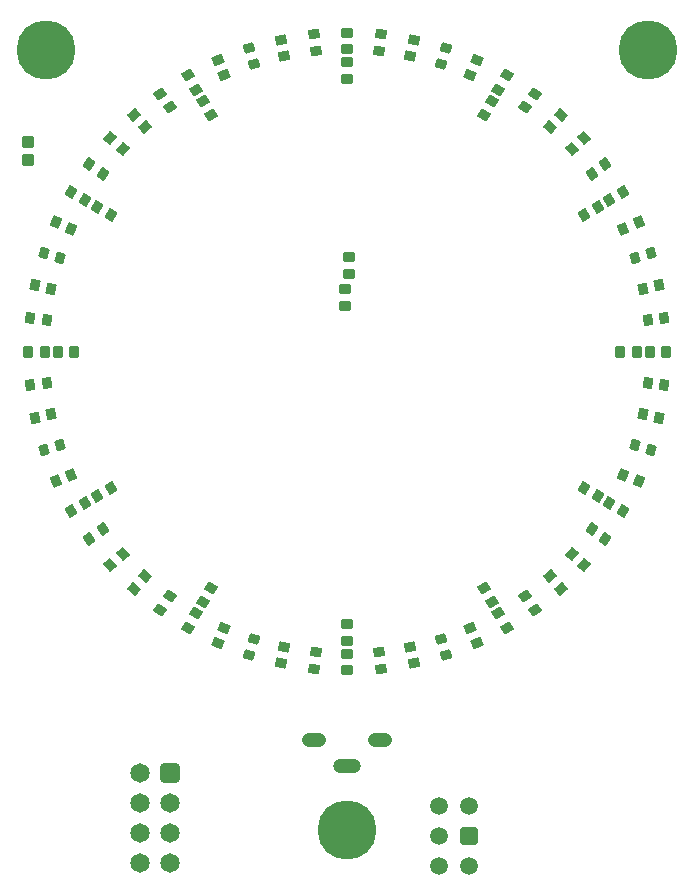
<source format=gbr>
%TF.GenerationSoftware,Altium Limited,Altium Designer,20.1.8 (145)*%
G04 Layer_Color=32768*
%FSLAX44Y44*%
%MOMM*%
%TF.SameCoordinates,136F3CA4-168E-489F-BF15-BD865E51D291*%
%TF.FilePolarity,Negative*%
%TF.FileFunction,Soldermask,Top*%
%TF.Part,Single*%
G01*
G75*
%TA.AperFunction,ComponentPad*%
%ADD55C,1.5000*%
G04:AMPARAMS|DCode=56|XSize=1.5mm|YSize=1.5mm|CornerRadius=0.15mm|HoleSize=0mm|Usage=FLASHONLY|Rotation=180.000|XOffset=0mm|YOffset=0mm|HoleType=Round|Shape=RoundedRectangle|*
%AMROUNDEDRECTD56*
21,1,1.5000,1.2000,0,0,180.0*
21,1,1.2000,1.5000,0,0,180.0*
1,1,0.3000,-0.6000,0.6000*
1,1,0.3000,0.6000,0.6000*
1,1,0.3000,0.6000,-0.6000*
1,1,0.3000,-0.6000,-0.6000*
%
%ADD56ROUNDEDRECTD56*%
%TA.AperFunction,ViaPad*%
%ADD109C,5.0000*%
%TA.AperFunction,ComponentPad*%
%ADD110O,2.3500X1.2500*%
%ADD111O,2.0500X1.2500*%
G04:AMPARAMS|DCode=112|XSize=1.65mm|YSize=1.65mm|CornerRadius=0.2625mm|HoleSize=0mm|Usage=FLASHONLY|Rotation=270.000|XOffset=0mm|YOffset=0mm|HoleType=Round|Shape=RoundedRectangle|*
%AMROUNDEDRECTD112*
21,1,1.6500,1.1250,0,0,270.0*
21,1,1.1250,1.6500,0,0,270.0*
1,1,0.5250,-0.5625,-0.5625*
1,1,0.5250,-0.5625,0.5625*
1,1,0.5250,0.5625,0.5625*
1,1,0.5250,0.5625,-0.5625*
%
%ADD112ROUNDEDRECTD112*%
%ADD113C,1.6500*%
%TA.AperFunction,SMDPad,CuDef*%
G04:AMPARAMS|DCode=114|XSize=0.95mm|YSize=0.95mm|CornerRadius=0.079mm|HoleSize=0mm|Usage=FLASHONLY|Rotation=270.000|XOffset=0mm|YOffset=0mm|HoleType=Round|Shape=RoundedRectangle|*
%AMROUNDEDRECTD114*
21,1,0.9500,0.7920,0,0,270.0*
21,1,0.7920,0.9500,0,0,270.0*
1,1,0.1580,-0.3960,-0.3960*
1,1,0.1580,-0.3960,0.3960*
1,1,0.1580,0.3960,0.3960*
1,1,0.1580,0.3960,-0.3960*
%
%ADD114ROUNDEDRECTD114*%
G04:AMPARAMS|DCode=115|XSize=0.95mm|YSize=0.8mm|CornerRadius=0.0535mm|HoleSize=0mm|Usage=FLASHONLY|Rotation=270.000|XOffset=0mm|YOffset=0mm|HoleType=Round|Shape=RoundedRectangle|*
%AMROUNDEDRECTD115*
21,1,0.9500,0.6930,0,0,270.0*
21,1,0.8430,0.8000,0,0,270.0*
1,1,0.1070,-0.3465,-0.4215*
1,1,0.1070,-0.3465,0.4215*
1,1,0.1070,0.3465,0.4215*
1,1,0.1070,0.3465,-0.4215*
%
%ADD115ROUNDEDRECTD115*%
G04:AMPARAMS|DCode=116|XSize=0.95mm|YSize=0.8mm|CornerRadius=0.0535mm|HoleSize=0mm|Usage=FLASHONLY|Rotation=0.000|XOffset=0mm|YOffset=0mm|HoleType=Round|Shape=RoundedRectangle|*
%AMROUNDEDRECTD116*
21,1,0.9500,0.6930,0,0,0.0*
21,1,0.8430,0.8000,0,0,0.0*
1,1,0.1070,0.4215,-0.3465*
1,1,0.1070,-0.4215,-0.3465*
1,1,0.1070,-0.4215,0.3465*
1,1,0.1070,0.4215,0.3465*
%
%ADD116ROUNDEDRECTD116*%
G04:AMPARAMS|DCode=117|XSize=0.95mm|YSize=0.8mm|CornerRadius=0.0535mm|HoleSize=0mm|Usage=FLASHONLY|Rotation=354.000|XOffset=0mm|YOffset=0mm|HoleType=Round|Shape=RoundedRectangle|*
%AMROUNDEDRECTD117*
21,1,0.9500,0.6930,0,0,354.0*
21,1,0.8430,0.8000,0,0,354.0*
1,1,0.1070,0.3830,-0.3887*
1,1,0.1070,-0.4554,-0.3005*
1,1,0.1070,-0.3830,0.3887*
1,1,0.1070,0.4554,0.3005*
%
%ADD117ROUNDEDRECTD117*%
G04:AMPARAMS|DCode=118|XSize=0.95mm|YSize=0.8mm|CornerRadius=0.0535mm|HoleSize=0mm|Usage=FLASHONLY|Rotation=348.000|XOffset=0mm|YOffset=0mm|HoleType=Round|Shape=RoundedRectangle|*
%AMROUNDEDRECTD118*
21,1,0.9500,0.6930,0,0,348.0*
21,1,0.8430,0.8000,0,0,348.0*
1,1,0.1070,0.3403,-0.4266*
1,1,0.1070,-0.4843,-0.2513*
1,1,0.1070,-0.3403,0.4266*
1,1,0.1070,0.4843,0.2513*
%
%ADD118ROUNDEDRECTD118*%
G04:AMPARAMS|DCode=119|XSize=0.95mm|YSize=0.8mm|CornerRadius=0.0535mm|HoleSize=0mm|Usage=FLASHONLY|Rotation=342.000|XOffset=0mm|YOffset=0mm|HoleType=Round|Shape=RoundedRectangle|*
%AMROUNDEDRECTD119*
21,1,0.9500,0.6930,0,0,342.0*
21,1,0.8430,0.8000,0,0,342.0*
1,1,0.1070,0.2938,-0.4598*
1,1,0.1070,-0.5080,-0.1993*
1,1,0.1070,-0.2938,0.4598*
1,1,0.1070,0.5080,0.1993*
%
%ADD119ROUNDEDRECTD119*%
G04:AMPARAMS|DCode=120|XSize=0.95mm|YSize=0.8mm|CornerRadius=0.0535mm|HoleSize=0mm|Usage=FLASHONLY|Rotation=336.000|XOffset=0mm|YOffset=0mm|HoleType=Round|Shape=RoundedRectangle|*
%AMROUNDEDRECTD120*
21,1,0.9500,0.6930,0,0,336.0*
21,1,0.8430,0.8000,0,0,336.0*
1,1,0.1070,0.2441,-0.4880*
1,1,0.1070,-0.5260,-0.1451*
1,1,0.1070,-0.2441,0.4880*
1,1,0.1070,0.5260,0.1451*
%
%ADD120ROUNDEDRECTD120*%
G04:AMPARAMS|DCode=121|XSize=0.95mm|YSize=0.8mm|CornerRadius=0.0535mm|HoleSize=0mm|Usage=FLASHONLY|Rotation=330.000|XOffset=0mm|YOffset=0mm|HoleType=Round|Shape=RoundedRectangle|*
%AMROUNDEDRECTD121*
21,1,0.9500,0.6930,0,0,330.0*
21,1,0.8430,0.8000,0,0,330.0*
1,1,0.1070,0.1918,-0.5108*
1,1,0.1070,-0.5383,-0.0893*
1,1,0.1070,-0.1918,0.5108*
1,1,0.1070,0.5383,0.0893*
%
%ADD121ROUNDEDRECTD121*%
G04:AMPARAMS|DCode=122|XSize=0.95mm|YSize=0.8mm|CornerRadius=0.0535mm|HoleSize=0mm|Usage=FLASHONLY|Rotation=329.996|XOffset=0mm|YOffset=0mm|HoleType=Round|Shape=RoundedRectangle|*
%AMROUNDEDRECTD122*
21,1,0.9500,0.6930,0,0,330.0*
21,1,0.8430,0.8000,0,0,330.0*
1,1,0.1070,0.1918,-0.5108*
1,1,0.1070,-0.5383,-0.0893*
1,1,0.1070,-0.1918,0.5108*
1,1,0.1070,0.5383,0.0893*
%
%ADD122ROUNDEDRECTD122*%
G04:AMPARAMS|DCode=123|XSize=0.95mm|YSize=0.8mm|CornerRadius=0.0535mm|HoleSize=0mm|Usage=FLASHONLY|Rotation=324.000|XOffset=0mm|YOffset=0mm|HoleType=Round|Shape=RoundedRectangle|*
%AMROUNDEDRECTD123*
21,1,0.9500,0.6930,0,0,324.0*
21,1,0.8430,0.8000,0,0,324.0*
1,1,0.1070,0.1373,-0.5281*
1,1,0.1070,-0.5447,-0.0326*
1,1,0.1070,-0.1373,0.5281*
1,1,0.1070,0.5447,0.0326*
%
%ADD123ROUNDEDRECTD123*%
G04:AMPARAMS|DCode=124|XSize=0.95mm|YSize=0.8mm|CornerRadius=0.0535mm|HoleSize=0mm|Usage=FLASHONLY|Rotation=318.000|XOffset=0mm|YOffset=0mm|HoleType=Round|Shape=RoundedRectangle|*
%AMROUNDEDRECTD124*
21,1,0.9500,0.6930,0,0,318.0*
21,1,0.8430,0.8000,0,0,318.0*
1,1,0.1070,0.0814,-0.5395*
1,1,0.1070,-0.5451,0.0245*
1,1,0.1070,-0.0814,0.5395*
1,1,0.1070,0.5451,-0.0245*
%
%ADD124ROUNDEDRECTD124*%
G04:AMPARAMS|DCode=125|XSize=0.95mm|YSize=0.8mm|CornerRadius=0.0535mm|HoleSize=0mm|Usage=FLASHONLY|Rotation=312.000|XOffset=0mm|YOffset=0mm|HoleType=Round|Shape=RoundedRectangle|*
%AMROUNDEDRECTD125*
21,1,0.9500,0.6930,0,0,312.0*
21,1,0.8430,0.8000,0,0,312.0*
1,1,0.1070,0.0245,-0.5451*
1,1,0.1070,-0.5395,0.0814*
1,1,0.1070,-0.0245,0.5451*
1,1,0.1070,0.5395,-0.0814*
%
%ADD125ROUNDEDRECTD125*%
G04:AMPARAMS|DCode=126|XSize=0.95mm|YSize=0.8mm|CornerRadius=0.0535mm|HoleSize=0mm|Usage=FLASHONLY|Rotation=306.000|XOffset=0mm|YOffset=0mm|HoleType=Round|Shape=RoundedRectangle|*
%AMROUNDEDRECTD126*
21,1,0.9500,0.6930,0,0,306.0*
21,1,0.8430,0.8000,0,0,306.0*
1,1,0.1070,-0.0326,-0.5447*
1,1,0.1070,-0.5281,0.1373*
1,1,0.1070,0.0326,0.5447*
1,1,0.1070,0.5281,-0.1373*
%
%ADD126ROUNDEDRECTD126*%
G04:AMPARAMS|DCode=127|XSize=0.95mm|YSize=0.8mm|CornerRadius=0.0535mm|HoleSize=0mm|Usage=FLASHONLY|Rotation=300.000|XOffset=0mm|YOffset=0mm|HoleType=Round|Shape=RoundedRectangle|*
%AMROUNDEDRECTD127*
21,1,0.9500,0.6930,0,0,300.0*
21,1,0.8430,0.8000,0,0,300.0*
1,1,0.1070,-0.0893,-0.5383*
1,1,0.1070,-0.5108,0.1918*
1,1,0.1070,0.0893,0.5383*
1,1,0.1070,0.5108,-0.1918*
%
%ADD127ROUNDEDRECTD127*%
G04:AMPARAMS|DCode=128|XSize=0.95mm|YSize=0.8mm|CornerRadius=0.0535mm|HoleSize=0mm|Usage=FLASHONLY|Rotation=294.000|XOffset=0mm|YOffset=0mm|HoleType=Round|Shape=RoundedRectangle|*
%AMROUNDEDRECTD128*
21,1,0.9500,0.6930,0,0,294.0*
21,1,0.8430,0.8000,0,0,294.0*
1,1,0.1070,-0.1451,-0.5260*
1,1,0.1070,-0.4880,0.2441*
1,1,0.1070,0.1451,0.5260*
1,1,0.1070,0.4880,-0.2441*
%
%ADD128ROUNDEDRECTD128*%
G04:AMPARAMS|DCode=129|XSize=0.95mm|YSize=0.8mm|CornerRadius=0.0535mm|HoleSize=0mm|Usage=FLASHONLY|Rotation=288.000|XOffset=0mm|YOffset=0mm|HoleType=Round|Shape=RoundedRectangle|*
%AMROUNDEDRECTD129*
21,1,0.9500,0.6930,0,0,288.0*
21,1,0.8430,0.8000,0,0,288.0*
1,1,0.1070,-0.1993,-0.5080*
1,1,0.1070,-0.4598,0.2938*
1,1,0.1070,0.1993,0.5080*
1,1,0.1070,0.4598,-0.2938*
%
%ADD129ROUNDEDRECTD129*%
G04:AMPARAMS|DCode=130|XSize=0.95mm|YSize=0.8mm|CornerRadius=0.0535mm|HoleSize=0mm|Usage=FLASHONLY|Rotation=282.000|XOffset=0mm|YOffset=0mm|HoleType=Round|Shape=RoundedRectangle|*
%AMROUNDEDRECTD130*
21,1,0.9500,0.6930,0,0,282.0*
21,1,0.8430,0.8000,0,0,282.0*
1,1,0.1070,-0.2513,-0.4843*
1,1,0.1070,-0.4266,0.3403*
1,1,0.1070,0.2513,0.4843*
1,1,0.1070,0.4266,-0.3403*
%
%ADD130ROUNDEDRECTD130*%
G04:AMPARAMS|DCode=131|XSize=0.95mm|YSize=0.8mm|CornerRadius=0.0535mm|HoleSize=0mm|Usage=FLASHONLY|Rotation=276.000|XOffset=0mm|YOffset=0mm|HoleType=Round|Shape=RoundedRectangle|*
%AMROUNDEDRECTD131*
21,1,0.9500,0.6930,0,0,276.0*
21,1,0.8430,0.8000,0,0,276.0*
1,1,0.1070,-0.3005,-0.4554*
1,1,0.1070,-0.3887,0.3830*
1,1,0.1070,0.3005,0.4554*
1,1,0.1070,0.3887,-0.3830*
%
%ADD131ROUNDEDRECTD131*%
G04:AMPARAMS|DCode=132|XSize=0.95mm|YSize=0.8mm|CornerRadius=0.0535mm|HoleSize=0mm|Usage=FLASHONLY|Rotation=264.000|XOffset=0mm|YOffset=0mm|HoleType=Round|Shape=RoundedRectangle|*
%AMROUNDEDRECTD132*
21,1,0.9500,0.6930,0,0,264.0*
21,1,0.8430,0.8000,0,0,264.0*
1,1,0.1070,-0.3887,-0.3830*
1,1,0.1070,-0.3005,0.4554*
1,1,0.1070,0.3887,0.3830*
1,1,0.1070,0.3005,-0.4554*
%
%ADD132ROUNDEDRECTD132*%
G04:AMPARAMS|DCode=133|XSize=0.95mm|YSize=0.8mm|CornerRadius=0.0535mm|HoleSize=0mm|Usage=FLASHONLY|Rotation=258.000|XOffset=0mm|YOffset=0mm|HoleType=Round|Shape=RoundedRectangle|*
%AMROUNDEDRECTD133*
21,1,0.9500,0.6930,0,0,258.0*
21,1,0.8430,0.8000,0,0,258.0*
1,1,0.1070,-0.4266,-0.3403*
1,1,0.1070,-0.2513,0.4843*
1,1,0.1070,0.4266,0.3403*
1,1,0.1070,0.2513,-0.4843*
%
%ADD133ROUNDEDRECTD133*%
G04:AMPARAMS|DCode=134|XSize=0.95mm|YSize=0.8mm|CornerRadius=0.0535mm|HoleSize=0mm|Usage=FLASHONLY|Rotation=252.000|XOffset=0mm|YOffset=0mm|HoleType=Round|Shape=RoundedRectangle|*
%AMROUNDEDRECTD134*
21,1,0.9500,0.6930,0,0,252.0*
21,1,0.8430,0.8000,0,0,252.0*
1,1,0.1070,-0.4598,-0.2938*
1,1,0.1070,-0.1993,0.5080*
1,1,0.1070,0.4598,0.2938*
1,1,0.1070,0.1993,-0.5080*
%
%ADD134ROUNDEDRECTD134*%
G04:AMPARAMS|DCode=135|XSize=0.95mm|YSize=0.8mm|CornerRadius=0.0535mm|HoleSize=0mm|Usage=FLASHONLY|Rotation=245.984|XOffset=0mm|YOffset=0mm|HoleType=Round|Shape=RoundedRectangle|*
%AMROUNDEDRECTD135*
21,1,0.9500,0.6930,0,0,246.0*
21,1,0.8430,0.8000,0,0,246.0*
1,1,0.1070,-0.4880,-0.2440*
1,1,0.1070,-0.1450,0.5260*
1,1,0.1070,0.4880,0.2440*
1,1,0.1070,0.1450,-0.5260*
%
%ADD135ROUNDEDRECTD135*%
G04:AMPARAMS|DCode=136|XSize=0.95mm|YSize=0.8mm|CornerRadius=0.0535mm|HoleSize=0mm|Usage=FLASHONLY|Rotation=240.000|XOffset=0mm|YOffset=0mm|HoleType=Round|Shape=RoundedRectangle|*
%AMROUNDEDRECTD136*
21,1,0.9500,0.6930,0,0,240.0*
21,1,0.8430,0.8000,0,0,240.0*
1,1,0.1070,-0.5108,-0.1918*
1,1,0.1070,-0.0893,0.5383*
1,1,0.1070,0.5108,0.1918*
1,1,0.1070,0.0893,-0.5383*
%
%ADD136ROUNDEDRECTD136*%
G04:AMPARAMS|DCode=137|XSize=0.95mm|YSize=0.8mm|CornerRadius=0.0535mm|HoleSize=0mm|Usage=FLASHONLY|Rotation=240.000|XOffset=0mm|YOffset=0mm|HoleType=Round|Shape=RoundedRectangle|*
%AMROUNDEDRECTD137*
21,1,0.9500,0.6930,0,0,240.0*
21,1,0.8430,0.8000,0,0,240.0*
1,1,0.1070,-0.5108,-0.1918*
1,1,0.1070,-0.0893,0.5383*
1,1,0.1070,0.5108,0.1918*
1,1,0.1070,0.0893,-0.5383*
%
%ADD137ROUNDEDRECTD137*%
G04:AMPARAMS|DCode=138|XSize=0.95mm|YSize=0.8mm|CornerRadius=0.0535mm|HoleSize=0mm|Usage=FLASHONLY|Rotation=234.000|XOffset=0mm|YOffset=0mm|HoleType=Round|Shape=RoundedRectangle|*
%AMROUNDEDRECTD138*
21,1,0.9500,0.6930,0,0,234.0*
21,1,0.8430,0.8000,0,0,234.0*
1,1,0.1070,-0.5281,-0.1373*
1,1,0.1070,-0.0326,0.5447*
1,1,0.1070,0.5281,0.1373*
1,1,0.1070,0.0326,-0.5447*
%
%ADD138ROUNDEDRECTD138*%
G04:AMPARAMS|DCode=139|XSize=0.95mm|YSize=0.8mm|CornerRadius=0.0535mm|HoleSize=0mm|Usage=FLASHONLY|Rotation=228.000|XOffset=0mm|YOffset=0mm|HoleType=Round|Shape=RoundedRectangle|*
%AMROUNDEDRECTD139*
21,1,0.9500,0.6930,0,0,228.0*
21,1,0.8430,0.8000,0,0,228.0*
1,1,0.1070,-0.5395,-0.0814*
1,1,0.1070,0.0245,0.5451*
1,1,0.1070,0.5395,0.0814*
1,1,0.1070,-0.0245,-0.5451*
%
%ADD139ROUNDEDRECTD139*%
G04:AMPARAMS|DCode=140|XSize=0.95mm|YSize=0.8mm|CornerRadius=0.0535mm|HoleSize=0mm|Usage=FLASHONLY|Rotation=222.000|XOffset=0mm|YOffset=0mm|HoleType=Round|Shape=RoundedRectangle|*
%AMROUNDEDRECTD140*
21,1,0.9500,0.6930,0,0,222.0*
21,1,0.8430,0.8000,0,0,222.0*
1,1,0.1070,-0.5451,-0.0245*
1,1,0.1070,0.0814,0.5395*
1,1,0.1070,0.5451,0.0245*
1,1,0.1070,-0.0814,-0.5395*
%
%ADD140ROUNDEDRECTD140*%
G04:AMPARAMS|DCode=141|XSize=0.95mm|YSize=0.8mm|CornerRadius=0.0535mm|HoleSize=0mm|Usage=FLASHONLY|Rotation=216.000|XOffset=0mm|YOffset=0mm|HoleType=Round|Shape=RoundedRectangle|*
%AMROUNDEDRECTD141*
21,1,0.9500,0.6930,0,0,216.0*
21,1,0.8430,0.8000,0,0,216.0*
1,1,0.1070,-0.5447,0.0326*
1,1,0.1070,0.1373,0.5281*
1,1,0.1070,0.5447,-0.0326*
1,1,0.1070,-0.1373,-0.5281*
%
%ADD141ROUNDEDRECTD141*%
G04:AMPARAMS|DCode=142|XSize=0.95mm|YSize=0.8mm|CornerRadius=0.0535mm|HoleSize=0mm|Usage=FLASHONLY|Rotation=210.000|XOffset=0mm|YOffset=0mm|HoleType=Round|Shape=RoundedRectangle|*
%AMROUNDEDRECTD142*
21,1,0.9500,0.6930,0,0,210.0*
21,1,0.8430,0.8000,0,0,210.0*
1,1,0.1070,-0.5383,0.0893*
1,1,0.1070,0.1918,0.5108*
1,1,0.1070,0.5383,-0.0893*
1,1,0.1070,-0.1918,-0.5108*
%
%ADD142ROUNDEDRECTD142*%
G04:AMPARAMS|DCode=143|XSize=0.95mm|YSize=0.8mm|CornerRadius=0.0535mm|HoleSize=0mm|Usage=FLASHONLY|Rotation=204.000|XOffset=0mm|YOffset=0mm|HoleType=Round|Shape=RoundedRectangle|*
%AMROUNDEDRECTD143*
21,1,0.9500,0.6930,0,0,204.0*
21,1,0.8430,0.8000,0,0,204.0*
1,1,0.1070,-0.5260,0.1451*
1,1,0.1070,0.2441,0.4880*
1,1,0.1070,0.5260,-0.1451*
1,1,0.1070,-0.2441,-0.4880*
%
%ADD143ROUNDEDRECTD143*%
G04:AMPARAMS|DCode=144|XSize=0.95mm|YSize=0.8mm|CornerRadius=0.0535mm|HoleSize=0mm|Usage=FLASHONLY|Rotation=198.000|XOffset=0mm|YOffset=0mm|HoleType=Round|Shape=RoundedRectangle|*
%AMROUNDEDRECTD144*
21,1,0.9500,0.6930,0,0,198.0*
21,1,0.8430,0.8000,0,0,198.0*
1,1,0.1070,-0.5080,0.1993*
1,1,0.1070,0.2938,0.4598*
1,1,0.1070,0.5080,-0.1993*
1,1,0.1070,-0.2938,-0.4598*
%
%ADD144ROUNDEDRECTD144*%
G04:AMPARAMS|DCode=145|XSize=0.95mm|YSize=0.8mm|CornerRadius=0.0535mm|HoleSize=0mm|Usage=FLASHONLY|Rotation=191.972|XOffset=0mm|YOffset=0mm|HoleType=Round|Shape=RoundedRectangle|*
%AMROUNDEDRECTD145*
21,1,0.9500,0.6930,0,0,192.0*
21,1,0.8430,0.8000,0,0,192.0*
1,1,0.1070,-0.4842,0.2515*
1,1,0.1070,0.3404,0.4264*
1,1,0.1070,0.4842,-0.2515*
1,1,0.1070,-0.3404,-0.4264*
%
%ADD145ROUNDEDRECTD145*%
G04:AMPARAMS|DCode=146|XSize=0.95mm|YSize=0.8mm|CornerRadius=0.0535mm|HoleSize=0mm|Usage=FLASHONLY|Rotation=186.000|XOffset=0mm|YOffset=0mm|HoleType=Round|Shape=RoundedRectangle|*
%AMROUNDEDRECTD146*
21,1,0.9500,0.6930,0,0,186.0*
21,1,0.8430,0.8000,0,0,186.0*
1,1,0.1070,-0.4554,0.3005*
1,1,0.1070,0.3830,0.3887*
1,1,0.1070,0.4554,-0.3005*
1,1,0.1070,-0.3830,-0.3887*
%
%ADD146ROUNDEDRECTD146*%
D55*
X102900Y-435400D02*
D03*
Y-384600D02*
D03*
X77500D02*
D03*
Y-410000D02*
D03*
Y-435400D02*
D03*
D56*
X102900Y-410000D02*
D03*
D109*
X0Y-405000D02*
D03*
X255000Y255000D02*
D03*
X-255000D02*
D03*
D110*
X0Y-350750D02*
D03*
D111*
X28000Y-329250D02*
D03*
X-28000D02*
D03*
D112*
X-150023Y-356980D02*
D03*
D113*
Y-382380D02*
D03*
Y-407780D02*
D03*
Y-433180D02*
D03*
X-175424Y-356980D02*
D03*
Y-382380D02*
D03*
Y-407780D02*
D03*
Y-433180D02*
D03*
D114*
X-270052Y162530D02*
D03*
Y177530D02*
D03*
D115*
X256000Y0D02*
D03*
X231000D02*
D03*
X245000D02*
D03*
X270000D02*
D03*
X-231000D02*
D03*
X-245000D02*
D03*
X-270000D02*
D03*
X-256000D02*
D03*
D116*
X0Y256000D02*
D03*
Y270000D02*
D03*
Y245000D02*
D03*
Y231000D02*
D03*
Y-231000D02*
D03*
Y-245000D02*
D03*
Y-270000D02*
D03*
Y-256000D02*
D03*
X-1524Y38720D02*
D03*
Y52720D02*
D03*
X1524Y80040D02*
D03*
Y66040D02*
D03*
D117*
X26759Y254597D02*
D03*
X28223Y268521D02*
D03*
X-26759Y-254598D02*
D03*
X-28223Y-268521D02*
D03*
D118*
X56136Y264100D02*
D03*
X53225Y250406D02*
D03*
X-56136Y-264100D02*
D03*
X-53225Y-250406D02*
D03*
D119*
X79108Y243470D02*
D03*
X83435Y256785D02*
D03*
X-79108Y-243470D02*
D03*
X-83435Y-256785D02*
D03*
D120*
X109819Y246657D02*
D03*
X104125Y233868D02*
D03*
X-109819Y-246657D02*
D03*
X-104125Y-233868D02*
D03*
D121*
X128000Y221702D02*
D03*
X135000Y233827D02*
D03*
X-115500Y-200052D02*
D03*
X-122500Y-212176D02*
D03*
X-135000Y-233827D02*
D03*
X-128000Y-221702D02*
D03*
D122*
X122513Y212169D02*
D03*
X115513Y200045D02*
D03*
D123*
X150473Y207108D02*
D03*
X158702Y218435D02*
D03*
X-150473Y-207108D02*
D03*
X-158702Y-218435D02*
D03*
D124*
X180665Y200649D02*
D03*
X171297Y190245D02*
D03*
X-180665Y-200649D02*
D03*
X-171297Y-190245D02*
D03*
D125*
X190245Y171297D02*
D03*
X200649Y180665D02*
D03*
X-190245Y-171297D02*
D03*
X-200649Y-180665D02*
D03*
D126*
X218435Y158702D02*
D03*
X207108Y150473D02*
D03*
X-218435Y-158702D02*
D03*
X-207108Y-150473D02*
D03*
D127*
X221702Y128000D02*
D03*
X233827Y135000D02*
D03*
X212176Y122500D02*
D03*
X200052Y115500D02*
D03*
X-200052Y-115500D02*
D03*
X-212176Y-122500D02*
D03*
X-233827Y-135000D02*
D03*
X-221702Y-128000D02*
D03*
D128*
X233868Y104125D02*
D03*
X246657Y109819D02*
D03*
X-233868Y-104125D02*
D03*
X-246657Y-109819D02*
D03*
D129*
X256785Y83435D02*
D03*
X243470Y79108D02*
D03*
X-256785Y-83435D02*
D03*
X-243470Y-79108D02*
D03*
D130*
X250406Y53225D02*
D03*
X264100Y56136D02*
D03*
X-250406Y-53225D02*
D03*
X-264100Y-56136D02*
D03*
D131*
X268521Y28223D02*
D03*
X254598Y26759D02*
D03*
X-268521Y-28223D02*
D03*
X-254598Y-26759D02*
D03*
D132*
X254598D02*
D03*
X268521Y-28223D02*
D03*
X-254598Y26759D02*
D03*
X-268521Y28223D02*
D03*
D133*
X264100Y-56136D02*
D03*
X250406Y-53225D02*
D03*
X-264100Y56136D02*
D03*
X-250406Y53225D02*
D03*
D134*
X243470Y-79108D02*
D03*
X256785Y-83435D02*
D03*
X-243470Y79108D02*
D03*
X-256787Y83429D02*
D03*
D135*
X246656Y-109822D02*
D03*
X233868Y-104124D02*
D03*
X-246657Y109819D02*
D03*
X-233868Y104125D02*
D03*
D136*
X200052Y-115500D02*
D03*
X212176Y-122500D02*
D03*
X-200052Y115500D02*
D03*
X-212176Y122500D02*
D03*
X-233827Y135000D02*
D03*
X-221702Y128000D02*
D03*
D137*
X233827Y-135000D02*
D03*
X221702Y-128000D02*
D03*
D138*
X207108Y-150473D02*
D03*
X218435Y-158702D02*
D03*
X-207108Y150473D02*
D03*
X-218435Y158702D02*
D03*
D139*
X200649Y-180665D02*
D03*
X190245Y-171297D02*
D03*
X-200649Y180665D02*
D03*
X-190245Y171297D02*
D03*
D140*
X171297Y-190245D02*
D03*
X180665Y-200649D02*
D03*
X-171297Y190245D02*
D03*
X-180665Y200649D02*
D03*
D141*
X158702Y-218435D02*
D03*
X150473Y-207108D02*
D03*
X-158702Y218435D02*
D03*
X-150473Y207108D02*
D03*
D142*
X115500Y-200052D02*
D03*
X122500Y-212176D02*
D03*
X135000Y-233827D02*
D03*
X128000Y-221702D02*
D03*
X-128000Y221702D02*
D03*
X-135000Y233827D02*
D03*
X-122500Y212176D02*
D03*
X-115500Y200052D02*
D03*
D143*
X104125Y-233868D02*
D03*
X109819Y-246657D02*
D03*
X-104125Y233868D02*
D03*
X-109819Y246657D02*
D03*
D144*
X83435Y-256785D02*
D03*
X79108Y-243470D02*
D03*
X-83435Y256785D02*
D03*
X-79108Y243470D02*
D03*
D145*
X53225Y-250406D02*
D03*
X56130Y-264101D02*
D03*
X-53225Y250406D02*
D03*
X-56136Y264100D02*
D03*
D146*
X28223Y-268521D02*
D03*
X26759Y-254598D02*
D03*
X-28223Y268521D02*
D03*
X-26759Y254598D02*
D03*
%TF.MD5,3a5218aa7f7b9fa564af683cbcb44dde*%
M02*

</source>
